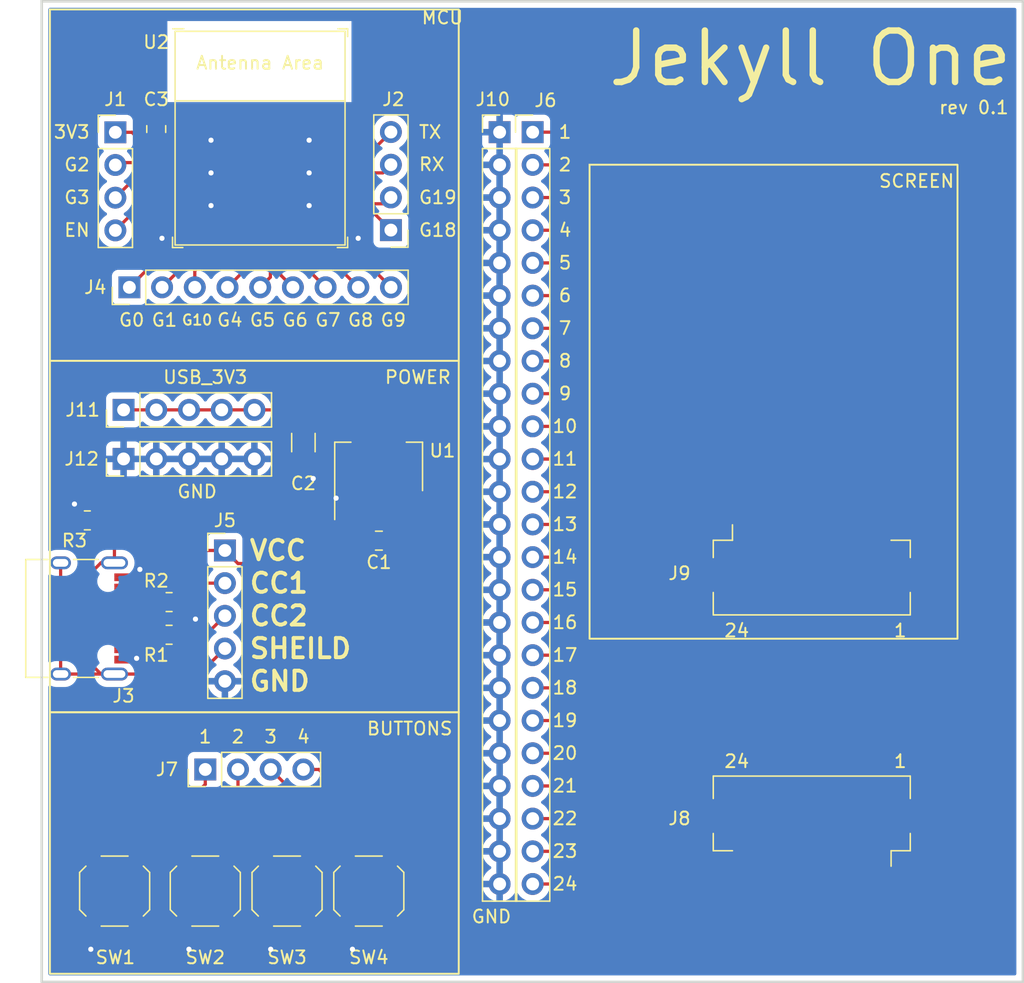
<source format=kicad_pcb>
(kicad_pcb (version 20211014) (generator pcbnew)
  (layers (0 "F.Cu" signal) (31 "B.Cu" signal) (34 "B.Paste" user) (35 "F.Paste" user) (36 "B.SilkS" user "B.Silkscreen") (37 "F.SilkS" user "F.Silkscreen") (38 "B.Mask" user) (39 "F.Mask" user) (44 "Edge.Cuts" user))
  (net 0 "")
  (net 1 "/ESP_3V3")
  (net 2 "/GPIO_2")
  (net 3 "/GPIO_3")
  (net 4 "/ESP_EN")
  (net 5 "/GPIO_18")
  (net 6 "/GPIO_19")
  (net 7 "/GPIO_20")
  (net 8 "/GPIO_21")
  (net 9 "/GPIO_0")
  (net 10 "/GPIO_1")
  (net 11 "/GPIO_10")
  (net 12 "/GPIO_4")
  (net 13 "/GPIO_5")
  (net 14 "/GPIO_6")
  (net 15 "/GPIO_7")
  (net 16 "/GPIO_8")
  (net 17 "/GPIO_9")
  (net 18 "/USB_3V3")
  (net 19 "/USB_SHEILD")
  (net 20 "GND")
  (net 23 "Net-(J8-Pad1)")
  (net 24 "Net-(J8-Pad2)")
  (net 25 "Net-(J8-Pad3)")
  (net 26 "Net-(J8-Pad4)")
  (net 27 "Net-(J8-Pad5)")
  (net 28 "Net-(J8-Pad6)")
  (net 29 "Net-(J8-Pad7)")
  (net 30 "Net-(J8-Pad8)")
  (net 31 "Net-(J8-Pad9)")
  (net 32 "Net-(J8-Pad10)")
  (net 33 "Net-(J8-Pad11)")
  (net 34 "Net-(J8-Pad12)")
  (net 35 "Net-(J8-Pad13)")
  (net 36 "Net-(J8-Pad14)")
  (net 37 "Net-(J8-Pad15)")
  (net 38 "Net-(J8-Pad16)")
  (net 39 "Net-(J8-Pad17)")
  (net 40 "Net-(J8-Pad18)")
  (net 41 "Net-(J8-Pad19)")
  (net 42 "Net-(J8-Pad20)")
  (net 43 "Net-(J8-Pad21)")
  (net 44 "Net-(J8-Pad22)")
  (net 45 "Net-(J8-Pad23)")
  (net 46 "Net-(J8-Pad24)")
  (net 67 "Net-(J7-Pad1)")
  (net 68 "Net-(J7-Pad2)")
  (net 69 "Net-(J7-Pad3)")
  (net 70 "Net-(J7-Pad4)")
  (net 71 "/VCC")
  (net 72 "/USB_CC1")
  (net 73 "/USB_CC2")
  (footprint "Button_Switch_SMD:SW_SPST_SKQG_WithStem" (layer "F.Cu") (at 135.25 140.058 90)
    (fp_text reference "SW1")
    (fp_text value "SW_SPST")
  )
  (footprint "Capacitor_SMD:C_0805_2012Metric_Pad1.18x1.45mm_HandSolder" (layer "F.Cu") (at 155.7735 112.828 180)
    (fp_text reference "C1")
    (fp_text value "C")
  )
  (footprint "Connector_PinHeader_2.54mm:PinHeader_1x05_P2.54mm_Vertical" (layer "F.Cu") (at 135.945 106.478 90)
    (fp_text reference "J12")
    (fp_text value "Conn_01x05")
  )
  (footprint "Button_Switch_SMD:SW_SPST_SKQG_WithStem" (layer "F.Cu") (at 148.64 140.058 90)
    (fp_text reference "SW3")
    (fp_text value "SW_SPST")
  )
  (footprint "Connector_PinHeader_2.54mm:PinHeader_1x04_P2.54mm_Vertical" (layer "F.Cu") (at 142.29 130.608 90)
    (fp_text reference "J7")
    (fp_text value "Conn_01x04")
  )
  (footprint "Connector_FFC-FPC:Hirose_FH12-24S-0.5SH_1x24-1MP_P0.50mm_Horizontal" (layer "F.Cu") (at 189.392 135.622 180)
    (fp_text reference "J8")
    (fp_text value "Conn_01x24_MountingPin")
  )
  (footprint "Connector_USB:USB_C_Receptacle_XKB_U262-16XN-4BVC11" (layer "F.Cu") (at 132.13 118.873 -90)
    (fp_text reference "J3")
    (fp_text value "USB_C_Receptacle")
  )
  (footprint "Connector_PinHeader_2.54mm:PinHeader_1x09_P2.54mm_Vertical" (layer "F.Cu") (at 136.395 93.143 90)
    (fp_text reference "J4")
    (fp_text value "Conn_01x09")
  )
  (footprint "Button_Switch_SMD:SW_SPST_SKQG_WithStem" (layer "F.Cu") (at 142.29 140.058 90)
    (fp_text reference "SW2")
    (fp_text value "SW_SPST")
  )
  (footprint "Capacitor_SMD:C_1206_3216Metric_Pad1.33x1.80mm_HandSolder" (layer "F.Cu") (at 149.91 105.208 -90)
    (fp_text reference "C2")
    (fp_text value "C")
  )
  (footprint "Connector_PinHeader_2.54mm:PinHeader_1x24_P2.54mm_Vertical" (layer "F.Cu") (at 167.715 81.088)
    (fp_text reference "J6")
    (fp_text value "Conn_01x24")
  )
  (footprint "Connector_FFC-FPC:Hirose_FH12-24S-0.5SH_1x24-1MP_P0.50mm_Horizontal" (layer "F.Cu") (at 189.392 114.098)
    (fp_text reference "J9")
    (fp_text value "Conn_01x24_MountingPin")
  )
  (footprint "Resistor_SMD:R_0805_2012Metric_Pad1.20x1.40mm_HandSolder" (layer "F.Cu") (at 139.48 117.603)
    (fp_text reference "R2")
    (fp_text value "R")
  )
  (footprint "Connector_PinHeader_2.54mm:PinHeader_1x05_P2.54mm_Vertical" (layer "F.Cu") (at 135.945 102.668 90)
    (fp_text reference "J11")
    (fp_text value "Conn_01x05")
  )
  (footprint "Button_Switch_SMD:SW_SPST_SKQG_WithStem" (layer "F.Cu") (at 154.99 140.058 90)
    (fp_text reference "SW4")
    (fp_text value "SW_SPST")
  )
  (footprint "Espressif:ESP32-C3-MINI-1" (layer "F.Cu") (at 146.545 84.253)
    (fp_text reference "U2")
    (fp_text value "ESP32-C3-MINI-1")
  )
  (footprint "Resistor_SMD:R_0805_2012Metric_Pad1.20x1.40mm_HandSolder" (layer "F.Cu") (at 133.13 111.253 180)
    (fp_text reference "R3")
    (fp_text value "R")
  )
  (footprint "Package_TO_SOT_SMD:SOT-223-3_TabPin2" (layer "F.Cu") (at 155.752 107.088 90)
    (fp_text reference "U1")
    (fp_text value "AMS1117-3.3")
  )
  (footprint "Connector_PinHeader_2.54mm:PinHeader_1x05_P2.54mm_Vertical" (layer "F.Cu") (at 143.814 113.59)
    (fp_text reference "J5")
    (fp_text value "Conn_01x05")
  )
  (footprint "Connector_PinHeader_2.54mm:PinHeader_1x04_P2.54mm_Vertical" (layer "F.Cu") (at 156.705 88.698 180)
    (fp_text reference "J2")
    (fp_text value "Conn_01x04")
  )
  (footprint "Capacitor_SMD:C_0805_2012Metric_Pad1.18x1.45mm_HandSolder" (layer "F.Cu") (at 138.48 80.8455 90)
    (fp_text reference "C3")
    (fp_text value "C")
  )
  (footprint "Connector_PinHeader_2.54mm:PinHeader_1x04_P2.54mm_Vertical" (layer "F.Cu") (at 135.305 81.098)
    (fp_text reference "J1")
    (fp_text value "Conn_01x04")
  )
  (footprint "Resistor_SMD:R_0805_2012Metric_Pad1.20x1.40mm_HandSolder" (layer "F.Cu") (at 139.48 120.143 180)
    (fp_text reference "R1")
    (fp_text value "R")
  )
  (footprint "Connector_PinHeader_2.54mm:PinHeader_1x24_P2.54mm_Vertical" (layer "F.Cu") (at 165.15 81.088)
    (fp_text reference "J10")
    (fp_text value "Conn_01x24")
  )
  (gr_rect (start 161.975 98.858) (end 130.225 71.553) (layer "F.SilkS") (width 0.15) (fill none))
  (gr_rect (start 130.225 126.163) (end 161.975 146.483) (layer "F.SilkS") (width 0.15) (fill none))
  (gr_rect (start 130.225 98.858) (end 161.975 126.163) (layer "F.SilkS") (width 0.15) (fill none))
  (gr_rect (start 200.71 120.448) (end 172.135 83.618) (layer "F.SilkS") (width 0.15) (fill none))
  (gr_rect (start 205.79 147.118) (end 129.59 70.918) (layer "Edge.Cuts") (width 0.2) (fill none))
  (gr_text "2" (at 144.83 128.068) (layer "F.SilkS") (effects (font (size 1 1))))
  (gr_text "6" (at 170.23 93.778) (layer "F.SilkS") (effects (font (size 1 1))))
  (gr_text "24" (at 170.23 139.498) (layer "F.SilkS") (effects (font (size 1 1))))
  (gr_text "GND" (at 145.592 123.75) (layer "F.SilkS") (effects (font (size 1.5 1.5) (thickness 0.3)) (justify left)))
  (gr_text "8" (at 170.23 98.858) (layer "F.SilkS") (effects (font (size 1 1))))
  (gr_text "G8" (at 154.355 95.683) (layer "F.SilkS") (effects (font (size 1 1))))
  (gr_text "4" (at 149.91 128.068) (layer "F.SilkS") (effects (font (size 1 1))))
  (gr_text "CC2" (at 145.592 118.67) (layer "F.SilkS") (effects (font (size 1.5 1.5) (thickness 0.3)) (justify left)))
  (gr_text "G1" (at 139.115 95.683) (layer "F.SilkS") (effects (font (size 1 1))))
  (gr_text "VCC" (at 145.592 113.59) (layer "F.SilkS") (effects (font (size 1.5 1.5) (thickness 0.3)) (justify left)))
  (gr_text "G9" (at 156.895 95.683) (layer "F.SilkS") (effects (font (size 1 1))))
  (gr_text "13" (at 170.23 111.558) (layer "F.SilkS") (effects (font (size 1 1))))
  (gr_text "2" (at 170.23 83.618) (layer "F.SilkS") (effects (font (size 1 1))))
  (gr_text "10" (at 170.23 103.938) (layer "F.SilkS") (effects (font (size 1 1))))
  (gr_text "Jekyll One" (at 189.28 75.363) (layer "F.SilkS") (effects (font (size 4 4) (thickness 0.5))))
  (gr_text "18" (at 170.23 124.258) (layer "F.SilkS") (effects (font (size 1 1))))
  (gr_text "G3" (at 133.4 86.158) (layer "F.SilkS") (effects (font (size 1 1)) (justify right)))
  (gr_text "GND" (at 164.515 142.038) (layer "F.SilkS") (effects (font (size 1 1))))
  (gr_text "G19" (at 158.8 86.158) (layer "F.SilkS") (effects (font (size 1 1)) (justify left)))
  (gr_text "1" (at 196.265 119.813) (layer "F.SilkS") (effects (font (size 1 1))))
  (gr_text "17" (at 170.23 121.718) (layer "F.SilkS") (effects (font (size 1 1))))
  (gr_text "RX" (at 158.8 83.588) (layer "F.SilkS") (effects (font (size 1 1)) (justify left)))
  (gr_text "12" (at 170.23 109.018) (layer "F.SilkS") (effects (font (size 1 1))))
  (gr_text "USB_3V3" (at 142.29 100.128) (layer "F.SilkS") (effects (font (size 1 1))))
  (gr_text "20" (at 170.23 129.338) (layer "F.SilkS") (effects (font (size 1 1))))
  (gr_text "G7" (at 151.815 95.683) (layer "F.SilkS") (effects (font (size 1 1))))
  (gr_text "TX" (at 158.8 81.078) (layer "F.SilkS") (effects (font (size 1 1)) (justify left)))
  (gr_text "G6" (at 149.275 95.683) (layer "F.SilkS") (effects (font (size 1 1))))
  (gr_text "rev 0.1" (at 201.98 79.173) (layer "F.SilkS") (effects (font (size 1 1))))
  (gr_text "3" (at 147.37 128.068) (layer "F.SilkS") (effects (font (size 1 1))))
  (gr_text "23" (at 170.23 136.958) (layer "F.SilkS") (effects (font (size 1 1))))
  (gr_text "4" (at 170.23 88.698) (layer "F.SilkS") (effects (font (size 1 1))))
  (gr_text "G10" (at 141.655 95.683) (layer "F.SilkS") (effects (font (size 0.8 0.8))))
  (gr_text "BUTTONS" (at 158.165 127.433) (layer "F.SilkS") (effects (font (size 1 1))))
  (gr_text "9" (at 170.23 101.398) (layer "F.SilkS") (effects (font (size 1 1))))
  (gr_text "G4" (at 144.195 95.683) (layer "F.SilkS") (effects (font (size 1 1))))
  (gr_text "CC1" (at 145.592 116.13) (layer "F.SilkS") (effects (font (size 1.5 1.5) (thickness 0.3)) (justify left)))
  (gr_text "1" (at 196.265 129.973) (layer "F.SilkS") (effects (font (size 1 1))))
  (gr_text "G18" (at 158.8 88.698) (layer "F.SilkS") (effects (font (size 1 1)) (justify left)))
  (gr_text "16" (at 170.23 119.178) (layer "F.SilkS") (effects (font (size 1 1))))
  (gr_text "19" (at 170.23 126.798) (layer "F.SilkS") (effects (font (size 1 1))))
  (gr_text "1" (at 142.29 128.068) (layer "F.SilkS") (effects (font (size 1 1))))
  (gr_text "G0" (at 136.575 95.683) (layer "F.SilkS") (effects (font (size 1 1))))
  (gr_text "14" (at 170.23 114.098) (layer "F.SilkS") (effects (font (size 1 1))))
  (gr_text "GND" (at 141.655 109.018) (layer "F.SilkS") (effects (font (size 1 1))))
  (gr_text "SCREEN" (at 197.535 84.888) (layer "F.SilkS") (effects (font (size 1 1))))
  (gr_text "7" (at 170.23 96.318) (layer "F.SilkS") (effects (font (size 1 1))))
  (gr_text "1" (at 170.23 81.078) (layer "F.SilkS") (effects (font (size 1 1))))
  (gr_text "3V3" (at 133.4 81.078) (layer "F.SilkS") (effects (font (size 1 1)) (justify right)))
  (gr_text "24" (at 183.565 119.813) (layer "F.SilkS") (effects (font (size 1 1))))
  (gr_text "5" (at 170.23 91.238) (layer "F.SilkS") (effects (font (size 1 1))))
  (gr_text "EN" (at 133.4 88.698) (layer "F.SilkS") (effects (font (size 1 1)) (justify right)))
  (gr_text "3" (at 170.23 86.158) (layer "F.SilkS") (effects (font (size 1 1))))
  (gr_text "21" (at 170.23 131.878) (layer "F.SilkS") (effects (font (size 1 1))))
  (gr_text "G2" (at 133.4 83.618) (layer "F.SilkS") (effects (font (size 1 1)) (justify right)))
  (gr_text "22" (at 170.23 134.418) (layer "F.SilkS") (effects (font (size 1 1))))
  (gr_text "SHEILD" (at 145.592 121.21) (layer "F.SilkS") (effects (font (size 1.5 1.5) (thickness 0.3)) (justify left)))
  (gr_text "11" (at 170.23 106.478) (layer "F.SilkS") (effects (font (size 1 1))))
  (gr_text "POWER" (at 158.8 100.128) (layer "F.SilkS") (effects (font (size 1 1))))
  (gr_text "24" (at 183.565 129.973) (layer "F.SilkS") (effects (font (size 1 1))))
  (gr_text "MCU" (at 160.705 72.188) (layer "F.SilkS") (effects (font (size 1 1))))
  (gr_text "G5" (at 146.735 95.683) (layer "F.SilkS") (effects (font (size 1 1))))
  (gr_text "15" (at 170.23 116.638) (layer "F.SilkS") (effects (font (size 1 1))))
  (segment (start 140.335 81.853) (end 140.645 81.853) (width 0.25) (layer "F.Cu") (net 1))
  (segment (start 136.595 81.098) (end 137.38 81.883) (width 0.25) (layer "F.Cu") (net 1))
  (segment (start 137.38 81.883) (end 138.48 81.883) (width 0.25) (layer "F.Cu") (net 1))
  (segment (start 140.615 81.883) (end 140.645 81.853) (width 0.25) (layer "F.Cu") (net 1))
  (segment (start 135.305 81.098) (end 136.595 81.098) (width 0.25) (layer "F.Cu") (net 1))
  (segment (start 138.48 81.883) (end 140.615 81.883) (width 0.25) (layer "F.Cu") (net 1))
  (segment (start 135.49 83.453) (end 135.305 83.638) (width 0.25) (layer "F.Cu") (net 2))
  (segment (start 140.645 83.453) (end 135.49 83.453) (width 0.25) (layer "F.Cu") (net 2))
  (segment (start 137.23 84.253) (end 135.305 86.178) (width 0.25) (layer "F.Cu") (net 3))
  (segment (start 140.645 84.253) (end 137.23 84.253) (width 0.25) (layer "F.Cu") (net 3))
  (segment (start 138.17 85.853) (end 135.305 88.718) (width 0.25) (layer "F.Cu") (net 4))
  (segment (start 140.645 85.853) (end 138.17 85.853) (width 0.25) (layer "F.Cu") (net 4))
  (segment (start 155.46 87.453) (end 156.705 88.698) (width 0.25) (layer "F.Cu") (net 5))
  (segment (start 152.445 87.453) (end 155.46 87.453) (width 0.25) (layer "F.Cu") (net 5))
  (segment (start 152.445 86.653) (end 156.21 86.653) (width 0.25) (layer "F.Cu") (net 6))
  (segment (start 156.21 86.653) (end 156.705 86.158) (width 0.25) (layer "F.Cu") (net 6))
  (segment (start 152.445 84.253) (end 156.07 84.253) (width 0.25) (layer "F.Cu") (net 7))
  (segment (start 156.07 84.253) (end 156.705 83.618) (width 0.25) (layer "F.Cu") (net 7))
  (segment (start 154.33 83.453) (end 156.705 81.078) (width 0.25) (layer "F.Cu") (net 8))
  (segment (start 152.445 83.453) (end 154.33 83.453) (width 0.25) (layer "F.Cu") (net 8))
  (segment (start 141.745 89.353) (end 140.495 90.603) (width 0.25) (layer "F.Cu") (net 9))
  (segment (start 140.495 90.603) (end 138.935 90.603) (width 0.25) (layer "F.Cu") (net 9))
  (segment (start 138.935 90.603) (end 136.395 93.143) (width 0.25) (layer "F.Cu") (net 9))
  (segment (start 141.745 89.153) (end 141.745 89.353) (width 0.25) (layer "F.Cu") (net 9))
  (segment (start 142.545 89.533) (end 138.935 93.143) (width 0.25) (layer "F.Cu") (net 10))
  (segment (start 142.545 89.153) (end 142.545 89.533) (width 0.25) (layer "F.Cu") (net 10))
  (segment (start 144.945 89.153) (end 144.945 90.273) (width 0.25) (layer "F.Cu") (net 11))
  (segment (start 144.945 90.273) (end 144.615 90.603) (width 0.25) (layer "F.Cu") (net 11))
  (segment (start 141.475 91.863) (end 141.475 93.143) (width 0.25) (layer "F.Cu") (net 11))
  (segment (start 142.735 90.603) (end 141.475 91.863) (width 0.25) (layer "F.Cu") (net 11))
  (segment (start 144.615 90.603) (end 142.735 90.603) (width 0.25) (layer "F.Cu") (net 11))
  (segment (start 146.545 89.153) (end 146.545 90.613) (width 0.25) (layer "F.Cu") (net 12))
  (segment (start 146.545 90.613) (end 144.015 93.143) (width 0.25) (layer "F.Cu") (net 12))
  (segment (start 147.345 89.153) (end 147.345 92.353) (width 0.25) (layer "F.Cu") (net 13))
  (segment (start 147.345 92.353) (end 146.555 93.143) (width 0.25) (layer "F.Cu") (net 13))
  (segment (start 148.145 92.193) (end 148.145 89.153) (width 0.25) (layer "F.Cu") (net 14))
  (segment (start 149.095 93.143) (end 148.145 92.193) (width 0.25) (layer "F.Cu") (net 14))
  (segment (start 148.945 89.153) (end 148.945 90.453) (width 0.25) (layer "F.Cu") (net 15))
  (segment (start 148.945 90.453) (end 151.635 93.143) (width 0.25) (layer "F.Cu") (net 15))
  (segment (start 149.745 89.803) (end 150.995 91.053) (width 0.25) (layer "F.Cu") (net 16))
  (segment (start 149.745 89.153) (end 149.745 89.803) (width 0.25) (layer "F.Cu") (net 16))
  (segment (start 152.085 91.053) (end 154.175 93.143) (width 0.25) (layer "F.Cu") (net 16))
  (segment (start 150.995 91.053) (end 152.085 91.053) (width 0.25) (layer "F.Cu") (net 16))
  (segment (start 150.545 89.803) (end 151.345 90.603) (width 0.25) (layer "F.Cu") (net 17))
  (segment (start 150.545 89.153) (end 150.545 89.803) (width 0.25) (layer "F.Cu") (net 17))
  (segment (start 154.175 90.603) (end 156.715 93.143) (width 0.25) (layer "F.Cu") (net 17))
  (segment (start 151.345 90.603) (end 154.175 90.603) (width 0.25) (layer "F.Cu") (net 17))
  (segment (start 138.485 102.668) (end 141.025 102.668) (width 0.25) (layer "F.Cu") (net 18))
  (segment (start 155.752 103.938) (end 150.2025 103.938) (width 0.25) (layer "F.Cu") (net 18))
  (segment (start 146.105 102.668) (end 143.565 102.668) (width 0.25) (layer "F.Cu") (net 18))
  (segment (start 143.565 102.668) (end 141.025 102.668) (width 0.25) (layer "F.Cu") (net 18))
  (segment (start 155.752 110.238) (end 155.752 103.938) (width 0.25) (layer "F.Cu") (net 18))
  (segment (start 135.945 102.668) (end 138.485 102.668) (width 0.25) (layer "F.Cu") (net 18))
  (segment (start 148.9325 102.668) (end 149.91 103.6455) (width 0.25) (layer "F.Cu") (net 18))
  (segment (start 150.2025 103.938) (end 149.91 103.6455) (width 0.25) (layer "F.Cu") (net 18))
  (segment (start 146.105 102.668) (end 148.9325 102.668) (width 0.25) (layer "F.Cu") (net 18))
  (segment (start 134.185099 123.193) (end 135.235 123.193) (width 0.25) (layer "F.Cu") (net 19))
  (segment (start 135.235 123.193) (end 135.235 123.553) (width 0.25) (layer "F.Cu") (net 19))
  (segment (start 141.831 123.193) (end 143.814 121.21) (width 0.25) (layer "F.Cu") (net 19))
  (segment (start 135.235 114.553) (end 135.235 112.358) (width 0.25) (layer "F.Cu") (net 19))
  (segment (start 135.235 112.358) (end 134.13 111.253) (width 0.25) (layer "F.Cu") (net 19))
  (segment (start 135.235 123.193) (end 141.831 123.193) (width 0.25) (layer "F.Cu") (net 19))
  (segment (start 131.055 123.193) (end 135.235 123.193) (width 0.25) (layer "F.Cu") (net 19))
  (segment (start 134.185099 114.553) (end 133.4 115.338099) (width 0.25) (layer "F.Cu") (net 19))
  (segment (start 133.4 115.338099) (end 133.4 122.407901) (width 0.25) (layer "F.Cu") (net 19))
  (segment (start 133.4 122.407901) (end 134.185099 123.193) (width 0.25) (layer "F.Cu") (net 19))
  (segment (start 131.055 114.553) (end 131.055 123.193) (width 0.25) (layer "F.Cu") (net 19))
  (segment (start 135.235 114.553) (end 134.185099 114.553) (width 0.25) (layer "F.Cu") (net 19))
  (segment (start 135.235 123.193) (end 135.45 123.408) (width 0.25) (layer "F.Cu") (net 19))
  (segment (start 146.545 79.353) (end 147.345 79.353) (width 0.25) (layer "F.Cu") (net 20))
  (segment (start 140.645 81.053) (end 140.645 80.253) (width 0.25) (layer "F.Cu") (net 20))
  (segment (start 146.545 79.353) (end 146.545 82.278) (width 0.25) (layer "F.Cu") (net 20))
  (segment (start 140.645 88.253) (end 140.645 89.153) (width 0.25) (layer "F.Cu") (net 20))
  (segment (start 149.745 79.353) (end 150.545 79.353) (width 0.25) (layer "F.Cu") (net 20))
  (segment (start 139.055 89.203) (end 138.925 89.333) (width 0.25) (layer "F.Cu") (net 20))
  (segment (start 146.79 143.158) (end 146.79 143.998) (width 0.25) (layer "F.Cu") (net 20))
  (segment (start 138.985 79.303) (end 138.48 79.808) (width 0.25) (layer "F.Cu") (net 20))
  (segment (start 153.14 136.958) (end 153.14 143.158) (width 0.25) (layer "F.Cu") (net 20))
  (segment (start 153.162 110.238) (end 152.45 109.526) (width 0.25) (layer "F.Cu") (net 20))
  (segment (start 143.345 79.353) (end 142.545 79.353) (width 0.25) (layer "F.Cu") (net 20))
  (segment (start 141.745 79.353) (end 142.545 79.353) (width 0.25) (layer "F.Cu") (net 20))
  (segment (start 144.57 84.253) (end 142.735 84.253) (width 0.25) (layer "F.Cu") (net 20))
  (segment (start 144.57 86.228) (end 146.545 86.228) (width 0.25) (layer "F.Cu") (net 20))
  (segment (start 153.452 110.238) (end 153.162 110.238) (width 0.25) (layer "F.Cu") (net 20))
  (segment (start 135.8 122.223) (end 136.705 122.223) (width 0.25) (layer "F.Cu") (net 20))
  (segment (start 152.495 89.203) (end 154.035 89.203) (width 0.25) (layer "F.Cu") (net 20))
  (segment (start 148.52 82.278) (end 148.52 84.253) (width 0.25) (layer "F.Cu") (net 20))
  (segment (start 148.945 79.353) (end 149.745 79.353) (width 0.25) (layer "F.Cu") (net 20))
  (segment (start 143.3 86.228) (end 142.735 86.793) (width 0.25) (layer "F.Cu") (net 20))
  (segment (start 145.745 79.353) (end 144.945 79.353) (width 0.25) (layer "F.Cu") (net 20))
  (segment (start 151.345 79.353) (end 150.545 79.353) (width 0.25) (layer "F.Cu") (net 20))
  (segment (start 133.4 143.158) (end 133.4 144.578) (width 0.25) (layer "F.Cu") (net 20))
  (segment (start 140.48 117.603) (end 140.48 120.143) (width 0.25) (layer "F.Cu") (net 20))
  (segment (start 140.44 143.998) (end 141.02 144.578) (width 0.25) (layer "F.Cu") (net 20))
  (segment (start 149.91 107.24) (end 150.672 108.002) (width 0.25) (layer "F.Cu") (net 20))
  (segment (start 146.545 82.278) (end 146.545 84.253) (width 0.25) (layer "F.Cu") (net 20))
  (segment (start 140.645 79.353) (end 140.595 79.303) (width 0.25) (layer "F.Cu") (net 20))
  (segment (start 140.44 143.158) (end 140.44 143.998) (width 0.25) (layer "F.Cu") (net 20))
  (segment (start 148.145 79.353) (end 148.945 79.353) (width 0.25) (layer "F.Cu") (net 20))
  (segment (start 143.345 88.278) (end 144.57 87.053) (width 0.25) (layer "F.Cu") (net 20))
  (segment (start 144.57 82.278) (end 144.57 84.253) (width 0.25) (layer "F.Cu") (net 20))
  (segment (start 149.91 106.7705) (end 149.91 107.24) (width 0.25) (layer "F.Cu") (net 20))
  (segment (start 146.79 136.958) (end 146.79 143.158) (width 0.25) (layer "F.Cu") (net 20))
  (segment (start 133.4 136.958) (end 133.4 143.158) (width 0.25) (layer "F.Cu") (net 20))
  (segment (start 140.48 120.143) (end 140.48 119.972) (width 0.25) (layer "F.Cu") (net 20))
  (segment (start 140.645 89.153) (end 140.595 89.203) (width 0.25) (layer "F.Cu") (net 20))
  (segment (start 152.495 79.303) (end 151.395 79.303) (width 0.25) (layer "F.Cu") (net 20))
  (segment (start 148.52 86.228) (end 146.545 86.228) (width 0.25) (layer "F.Cu") (net 20))
  (segment (start 144.57 86.228) (end 143.3 86.228) (width 0.25) (layer "F.Cu") (net 20))
  (segment (start 154.736 112.828) (end 153.452 111.544) (width 0.25) (layer "F.Cu") (net 20))
  (segment (start 154.035 89.203) (end 154.165 89.333) (width 0.25) (layer "F.Cu") (net 20))
  (segment (start 144.145 79.353) (end 143.345 79.353) (width 0.25) (layer "F.Cu") (net 20))
  (segment (start 149.91 106.7705) (end 149.6175 106.478) (width 0.25) (layer "F.Cu") (net 20))
  (segment (start 149.6175 106.478) (end 146.105 106.478) (width 0.25) (layer "F.Cu") (net 20))
  (segment (start 148.52 82.278) (end 149.79 82.278) (width 0.25) (layer "F.Cu") (net 20))
  (segment (start 140.48 119.972) (end 141.528 118.924) (width 0.25) (layer "F.Cu") (net 20))
  (segment (start 149.79 82.278) (end 150.355 81.713) (width 0.25) (layer "F.Cu") (net 20))
  (segment (start 146.545 82.278) (end 148.52 82.278) (width 0.25) (layer "F.Cu") (net 20))
  (segment (start 145.745 79.353) (end 146.545 79.353) (width 0.25) (layer "F.Cu") (net 20))
  (segment (start 135.8 115.523) (end 136.75 115.523) (width 0.25) (layer "F.Cu") (net 20))
  (segment (start 146.79 143.998) (end 147.37 144.578) (width 0.25) (layer "F.Cu") (net 20))
  (segment (start 149.79 86.228) (end 150.355 86.793) (width 0.25) (layer "F.Cu") (net 20))
  (segment (start 146.545 84.253) (end 148.52 84.253) (width 0.25) (layer "F.Cu") (net 20))
  (segment (start 153.452 111.544) (end 153.452 110.238) (width 0.25) (layer "F.Cu") (net 20))
  (segment (start 144.57 87.053) (end 144.57 86.228) (width 0.25) (layer "F.Cu") (net 20))
  (segment (start 140.595 89.203) (end 139.055 89.203) (width 0.25) (layer "F.Cu") (net 20))
  (segment (start 148.52 86.228) (end 148.52 84.253) (width 0.25) (layer "F.Cu") (net 20))
  (segment (start 140.595 79.303) (end 138.985 79.303) (width 0.25) (layer "F.Cu") (net 20))
  (segment (start 146.545 84.253) (end 146.545 86.228) (width 0.25) (layer "F.Cu") (net 20))
  (segment (start 140.44 136.958) (end 140.44 143.158) (width 0.25) (layer "F.Cu") (net 20))
  (segment (start 148.145 79.353) (end 147.345 79.353) (width 0.25) (layer "F.Cu") (net 20))
  (segment (start 132.13 111.253) (end 132.13 109.983) (width 0.25) (layer "F.Cu") (net 20))
  (segment (start 144.57 84.253) (end 144.57 86.228) (width 0.25) (layer "F.Cu") (net 20))
  (segment (start 153.14 143.998) (end 153.72 144.578) (width 0.25) (layer "F.Cu") (net 20))
  (segment (start 140.48 120.143) (end 140.48 120.683) (width 0.25) (layer "F.Cu") (net 20))
  (segment (start 136.75 115.523) (end 137.21 115.063) (width 0.25) (layer "F.Cu") (net 20))
  (segment (start 146.545 84.253) (end 144.57 84.253) (width 0.25) (layer "F.Cu") (net 20))
  (segment (start 148.52 86.228) (end 149.79 86.228) (width 0.25) (layer "F.Cu") (net 20))
  (segment (start 144.57 82.278) (end 144.005 81.713) (width 0.25) (layer "F.Cu") (net 20))
  (segment (start 136.705 122.223) (end 136.956 121.972) (width 0.25) (layer "F.Cu") (net 20))
  (segment (start 140.595 79.303) (end 141.695 79.303) (width 0.25) (layer "F.Cu") (net 20))
  (segment (start 144.57 82.278) (end 146.545 82.278) (width 0.25) (layer "F.Cu") (net 20))
  (segment (start 144.945 79.353) (end 144.145 79.353) (width 0.25) (layer "F.Cu") (net 20))
  (segment (start 140.645 80.253) (end 140.645 79.353) (width 0.25) (layer "F.Cu") (net 20))
  (segment (start 144.005 81.713) (end 142.735 81.713) (width 0.25) (layer "F.Cu") (net 20))
  (segment (start 143.345 89.153) (end 143.345 88.278) (width 0.25) (layer "F.Cu") (net 20))
  (segment (start 148.52 84.253) (end 150.355 84.253) (width 0.25) (layer "F.Cu") (net 20))
  (segment (start 153.14 143.158) (end 153.14 143.998) (width 0.25) (layer "F.Cu") (net 20))
  (segment (start 141.695 79.303) (end 141.745 79.353) (width 0.25) (layer "F.Cu") (net 20))
  (segment (start 151.395 79.303) (end 151.345 79.353) (width 0.25) (layer "F.Cu") (net 20))
  (via (at 136.956 121.972) (size 0.8) (drill 0.4) (layers "F.Cu" "B.Cu") (net 20))
  (via (at 150.355 86.793) (size 0.8) (drill 0.4) (layers "F.Cu" "B.Cu") (net 20))
  (via (at 133.4 144.578) (size 0.8) (drill 0.4) (layers "F.Cu" "B.Cu") (net 20))
  (via (at 147.37 144.578) (size 0.8) (drill 0.4) (layers "F.Cu" "B.Cu") (net 20))
  (via (at 142.735 84.253) (size 0.8) (drill 0.4) (layers "F.Cu" "B.Cu") (net 20))
  (via (at 142.735 81.713) (size 0.8) (drill 0.4) (layers "F.Cu" "B.Cu") (net 20))
  (via (at 138.925 89.333) (size 0.8) (drill 0.4) (layers "F.Cu" "B.Cu") (net 20))
  (via (at 137.21 115.063) (size 0.8) (drill 0.4) (layers "F.Cu" "B.Cu") (net 20))
  (via (at 150.355 84.253) (size 0.8) (drill 0.4) (layers "F.Cu" "B.Cu") (net 20))
  (via (at 150.355 81.713) (size 0.8) (drill 0.4) (layers "F.Cu" "B.Cu") (net 20))
  (via (at 152.45 109.526) (size 0.8) (drill 0.4) (layers "F.Cu" "B.Cu") (net 20))
  (via (at 141.528 118.924) (size 0.8) (drill 0.4) (layers "F.Cu" "B.Cu") (net 20))
  (via (at 142.735 86.793) (size 0.8) (drill 0.4) (layers "F.Cu" "B.Cu") (net 20))
  (via (at 141.02 144.578) (size 0.8) (drill 0.4) (layers "F.Cu" "B.Cu") (net 20))
  (via (at 132.13 109.983) (size 0.8) (drill 0.4) (layers "F.Cu" "B.Cu") (net 20))
  (via (at 150.672 108.002) (size 0.8) (drill 0.4) (layers "F.Cu" "B.Cu") (net 20))
  (via (at 154.165 89.333) (size 0.8) (drill 0.4) (layers "F.Cu" "B.Cu") (net 20))
  (via (at 153.72 144.578) (size 0.8) (drill 0.4) (layers "F.Cu" "B.Cu") (net 20))
  (segment (start 195.142 105.967664) (end 170.262336 81.088) (width 0.25) (layer "F.Cu") (net 23))
  (segment (start 170.262336 81.088) (end 167.715 81.088) (width 0.25) (layer "F.Cu") (net 23))
  (segment (start 195.142 112.248) (end 195.142 105.967664) (width 0.25) (layer "F.Cu") (net 23))
  (segment (start 195.142 112.248) (end 195.142 137.472) (width 0.25) (layer "F.Cu") (net 23))
  (segment (start 172.16594 83.628) (end 167.715 83.628) (width 0.25) (layer "F.Cu") (net 24))
  (segment (start 194.642 106.10406) (end 172.16594 83.628) (width 0.25) (layer "F.Cu") (net 24))
  (segment (start 194.642 112.248) (end 194.642 137.472) (width 0.25) (layer "F.Cu") (net 24))
  (segment (start 194.642 112.248) (end 194.642 106.10406) (width 0.25) (layer "F.Cu") (net 24))
  (segment (start 174.069544 86.168) (end 167.715 86.168) (width 0.25) (layer "F.Cu") (net 25))
  (segment (start 194.142 106.240456) (end 174.069544 86.168) (width 0.25) (layer "F.Cu") (net 25))
  (segment (start 194.142 112.248) (end 194.142 106.240456) (width 0.25) (layer "F.Cu") (net 25))
  (segment (start 194.142 137.472) (end 194.142 112.248) (width 0.25) (layer "F.Cu") (net 25))
  (segment (start 193.642 112.248) (end 193.642 137.441) (width 0.25) (layer "F.Cu") (net 26))
  (segment (start 193.642 137.441) (end 193.667 137.466) (width 0.25) (layer "F.Cu") (net 26))
  (segment (start 193.642 106.376852) (end 175.973148 88.708) (width 0.25) (layer "F.Cu") (net 26))
  (segment (start 175.973148 88.708) (end 167.715 88.708) (width 0.25) (layer "F.Cu") (net 26))
  (segment (start 193.642 112.248) (end 193.642 106.376852) (width 0.25) (layer "F.Cu") (net 26))
  (segment (start 193.142 137.472) (end 193.142 112.248) (width 0.25) (layer "F.Cu") (net 27))
  (segment (start 177.876752 91.248) (end 167.715 91.248) (width 0.25) (layer "F.Cu") (net 27))
  (segment (start 193.142 112.248) (end 193.142 106.513248) (width 0.25) (layer "F.Cu") (net 27))
  (segment (start 193.142 106.513248) (end 177.876752 91.248) (width 0.25) (layer "F.Cu") (net 27))
  (segment (start 179.780356 93.788) (end 167.715 93.788) (width 0.25) (layer "F.Cu") (net 28))
  (segment (start 192.642 106.649644) (end 179.780356 93.788) (width 0.25) (layer "F.Cu") (net 28))
  (segment (start 192.642 112.248) (end 192.642 137.472) (width 0.25) (layer "F.Cu") (net 28))
  (segment (start 192.642 112.248) (end 192.642 106.649644) (width 0.25) (layer "F.Cu") (net 28))
  (segment (start 192.142 106.78604) (end 181.68396 96.328) (width 0.25) (layer "F.Cu") (net 29))
  (segment (start 192.142 112.248) (end 192.142 106.78604) (width 0.25) (layer "F.Cu") (net 29))
  (segment (start 181.68396 96.328) (end 167.715 96.328) (width 0.25) (layer "F.Cu") (net 29))
  (segment (start 192.142 137.472) (end 192.142 112.248) (width 0.25) (layer "F.Cu") (net 29))
  (segment (start 191.642 112.248) (end 191.642 137.472) (width 0.25) (layer "F.Cu") (net 30))
  (segment (start 167.715 98.868) (end 183.587564 98.868) (width 0.25) (layer "F.Cu") (net 30))
  (segment (start 191.642 106.922436) (end 191.642 112.248) (width 0.25) (layer "F.Cu") (net 30))
  (segment (start 183.587564 98.868) (end 191.642 106.922436) (width 0.25) (layer "F.Cu") (net 30))
  (segment (start 191.142 107.058832) (end 191.142 112.248) (width 0.25) (layer "F.Cu") (net 31))
  (segment (start 191.142 137.472) (end 191.142 112.248) (width 0.25) (layer "F.Cu") (net 31))
  (segment (start 185.491168 101.408) (end 191.142 107.058832) (width 0.25) (layer "F.Cu") (net 31))
  (segment (start 167.715 101.408) (end 185.491168 101.408) (width 0.25) (layer "F.Cu") (net 31))
  (segment (start 167.715 103.948) (end 171.49 103.948) (width 0.25) (layer "F.Cu") (net 32))
  (segment (start 171.49 103.948) (end 172.77 102.668) (width 0.25) (layer "F.Cu") (net 32))
  (segment (start 186.114772 102.668) (end 190.642 107.195228) (width 0.25) (layer "F.Cu") (net 32))
  (segment (start 190.642 107.195228) (end 190.642 112.248) (width 0.25) (layer "F.Cu") (net 32))
  (segment (start 172.77 102.668) (end 186.114772 102.668) (width 0.25) (layer "F.Cu") (net 32))
  (segment (start 190.642 112.248) (end 190.642 137.472) (width 0.25) (layer "F.Cu") (net 32))
  (segment (start 190.142 107.331624) (end 190.142 112.248) (width 0.25) (layer "F.Cu") (net 33))
  (segment (start 167.715 106.488) (end 171.49 106.488) (width 0.25) (layer "F.Cu") (net 33))
  (segment (start 171.49 106.488) (end 174.81 103.168) (width 0.25) (layer "F.Cu") (net 33))
  (segment (start 185.978376 103.168) (end 190.142 107.331624) (width 0.25) (layer "F.Cu") (net 33))
  (segment (start 190.142 137.472) (end 190.142 112.248) (width 0.25) (layer "F.Cu") (net 33))
  (segment (start 174.81 103.168) (end 185.978376 103.168) (width 0.25) (layer "F.Cu") (net 33))
  (segment (start 189.642 107.46802) (end 189.642 112.248) (width 0.25) (layer "F.Cu") (net 34))
  (segment (start 185.79198 103.618) (end 189.642 107.46802) (width 0.25) (layer "F.Cu") (net 34))
  (segment (start 178.17 103.618) (end 185.79198 103.618) (width 0.25) (layer "F.Cu") (net 34))
  (segment (start 172.76 109.028) (end 178.17 103.618) (width 0.25) (layer "F.Cu") (net 34))
  (segment (start 167.715 109.028) (end 172.76 109.028) (width 0.25) (layer "F.Cu") (net 34))
  (segment (start 189.642 112.248) (end 189.642 137.472) (width 0.25) (layer "F.Cu") (net 34))
  (segment (start 167.715 111.568) (end 172.76 111.568) (width 0.25) (layer "F.Cu") (net 35))
  (segment (start 172.76 111.568) (end 175.31 109.018) (width 0.25) (layer "F.Cu") (net 35))
  (segment (start 189.142 107.604416) (end 189.142 112.248) (width 0.25) (layer "F.Cu") (net 35))
  (segment (start 189.142 137.472) (end 189.142 112.248) (width 0.25) (layer "F.Cu") (net 35))
  (segment (start 175.31 108.367644) (end 179.609644 104.068) (width 0.25) (layer "F.Cu") (net 35))
  (segment (start 175.31 109.018) (end 175.31 108.367644) (width 0.25) (layer "F.Cu") (net 35))
  (segment (start 179.609644 104.068) (end 185.605584 104.068) (width 0.25) (layer "F.Cu") (net 35))
  (segment (start 185.605584 104.068) (end 189.142 107.604416) (width 0.25) (layer "F.Cu") (net 35))
  (segment (start 173.34 114.108) (end 175.89 111.558) (width 0.25) (layer "F.Cu") (net 36))
  (segment (start 188.642 107.740812) (end 188.642 112.248) (width 0.25) (layer "F.Cu") (net 36))
  (segment (start 185.419188 104.518) (end 188.642 107.740812) (width 0.25) (layer "F.Cu") (net 36))
  (segment (start 167.715 114.108) (end 173.34 114.108) (width 0.25) (layer "F.Cu") (net 36))
  (segment (start 175.89 111.558) (end 175.89 108.42404) (width 0.25) (layer "F.Cu") (net 36))
  (segment (start 175.89 108.42404) (end 179.79604 104.518) (width 0.25) (layer "F.Cu") (net 36))
  (segment (start 179.79604 104.518) (end 185.419188 104.518) (width 0.25) (layer "F.Cu") (net 36))
  (segment (start 188.642 112.248) (end 188.642 137.472) (width 0.25) (layer "F.Cu") (net 36))
  (segment (start 176.34 108.610436) (end 179.982436 104.968) (width 0.25) (layer "F.Cu") (net 37))
  (segment (start 176.34 114.098) (end 176.34 108.610436) (width 0.25) (layer "F.Cu") (net 37))
  (segment (start 173.79 116.648) (end 176.34 114.098) (width 0.25) (layer "F.Cu") (net 37))
  (segment (start 188.142 107.877208) (end 188.142 112.248) (width 0.25) (layer "F.Cu") (net 37))
  (segment (start 188.142 137.472) (end 188.142 112.091) (width 0.25) (layer "F.Cu") (net 37))
  (segment (start 179.982436 104.968) (end 185.232792 104.968) (width 0.25) (layer "F.Cu") (net 37))
  (segment (start 167.715 116.648) (end 173.79 116.648) (width 0.25) (layer "F.Cu") (net 37))
  (segment (start 185.232792 104.968) (end 188.142 107.877208) (width 0.25) (layer "F.Cu") (net 37))
  (segment (start 188.142 112.091) (end 188.117 112.066) (width 0.25) (layer "F.Cu") (net 37))
  (segment (start 174.24 119.188) (end 176.79 116.638) (width 0.25) (layer "F.Cu") (net 38))
  (segment (start 185.046396 105.418) (end 187.642 108.013604) (width 0.25) (layer "F.Cu") (net 38))
  (segment (start 176.79 108.796832) (end 180.168832 105.418) (width 0.25) (layer "F.Cu") (net 38))
  (segment (start 176.79 116.638) (end 176.79 108.796832) (width 0.25) (layer "F.Cu") (net 38))
  (segment (start 180.168832 105.418) (end 185.046396 105.418) (width 0.25) (layer "F.Cu") (net 38))
  (segment (start 187.642 108.013604) (end 187.642 112.248) (width 0.25) (layer "F.Cu") (net 38))
  (segment (start 167.715 119.188) (end 174.24 119.188) (width 0.25) (layer "F.Cu") (net 38))
  (segment (start 187.642 112.248) (end 187.642 137.472) (width 0.25) (layer "F.Cu") (net 38))
  (segment (start 177.24 108.983228) (end 180.355228 105.868) (width 0.25) (layer "F.Cu") (net 39))
  (segment (start 187.142 108.15) (end 187.142 112.248) (width 0.25) (layer "F.Cu") (net 39))
  (segment (start 180.355228 105.868) (end 184.86 105.868) (width 0.25) (layer "F.Cu") (net 39))
  (segment (start 167.715 121.728) (end 174.69 121.728) (width 0.25) (layer "F.Cu") (net 39))
  (segment (start 177.24 119.178) (end 177.24 108.983228) (width 0.25) (layer "F.Cu") (net 39))
  (segment (start 187.142 137.472) (end 187.142 112.248) (width 0.25) (layer "F.Cu") (net 39))
  (segment (start 184.86 105.868) (end 187.142 108.15) (width 0.25) (layer "F.Cu") (net 39))
  (segment (start 174.69 121.728) (end 177.24 119.178) (width 0.25) (layer "F.Cu") (net 39))
  (segment (start 180.541624 106.318) (end 184.048376 106.318) (width 0.25) (layer "F.Cu") (net 40))
  (segment (start 177.69 121.718) (end 177.69 109.169624) (width 0.25) (layer "F.Cu") (net 40))
  (segment (start 177.69 109.169624) (end 180.541624 106.318) (width 0.25) (layer "F.Cu") (net 40))
  (segment (start 175.14 124.268) (end 177.69 121.718) (width 0.25) (layer "F.Cu") (net 40))
  (segment (start 167.715 124.268) (end 175.14 124.268) (width 0.25) (layer "F.Cu") (net 40))
  (segment (start 186.642 108.911624) (end 186.642 112.248) (width 0.25) (layer "F.Cu") (net 40))
  (segment (start 186.642 112.248) (end 186.642 137.472) (width 0.25) (layer "F.Cu") (net 40))
  (segment (start 184.048376 106.318) (end 186.642 108.911624) (width 0.25) (layer "F.Cu") (net 40))
  (segment (start 178.14 109.35602) (end 180.72802 106.768) (width 0.25) (layer "F.Cu") (net 41))
  (segment (start 175.59 126.808) (end 178.14 124.258) (width 0.25) (layer "F.Cu") (net 41))
  (segment (start 180.72802 106.768) (end 183.86198 106.768) (width 0.25) (layer "F.Cu") (net 41))
  (segment (start 167.715 126.808) (end 175.59 126.808) (width 0.25) (layer "F.Cu") (net 41))
  (segment (start 186.142 137.472) (end 186.142 112.248) (width 0.25) (layer "F.Cu") (net 41))
  (segment (start 178.14 124.258) (end 178.14 109.35602) (width 0.25) (layer "F.Cu") (net 41))
  (segment (start 186.142 109.04802) (end 186.142 112.248) (width 0.25) (layer "F.Cu") (net 41))
  (segment (start 183.86198 106.768) (end 186.142 109.04802) (width 0.25) (layer "F.Cu") (net 41))
  (segment (start 178.59 109.542416) (end 180.914416 107.218) (width 0.25) (layer "F.Cu") (net 42))
  (segment (start 167.715 129.348) (end 176.04 129.348) (width 0.25) (layer "F.Cu") (net 42))
  (segment (start 183.675584 107.218) (end 185.642 109.184416) (width 0.25) (layer "F.Cu") (net 42))
  (segment (start 185.642 112.248) (end 185.642 137.472) (width 0.25) (layer "F.Cu") (net 42))
  (segment (start 185.642 109.184416) (end 185.642 112.248) (width 0.25) (layer "F.Cu") (net 42))
  (segment (start 178.59 126.798) (end 178.59 109.542416) (width 0.25) (layer "F.Cu") (net 42))
  (segment (start 176.04 129.348) (end 178.59 126.798) (width 0.25) (layer "F.Cu") (net 42))
  (segment (start 180.914416 107.218) (end 183.675584 107.218) (width 0.25) (layer "F.Cu") (net 42))
  (segment (start 167.715 131.888) (end 176.49 131.888) (width 0.25) (layer "F.Cu") (net 43))
  (segment (start 179.04 109.728812) (end 181.100812 107.668) (width 0.25) (layer "F.Cu") (net 43))
  (segment (start 181.100812 107.668) (end 183.489188 107.668) (width 0.25) (layer "F.Cu") (net 43))
  (segment (start 185.142 137.472) (end 185.142 112.248) (width 0.25) (layer "F.Cu") (net 43))
  (segment (start 176.49 131.888) (end 179.04 129.338) (width 0.25) (layer "F.Cu") (net 43))
  (segment (start 185.142 109.320812) (end 185.142 112.248) (width 0.25) (layer "F.Cu") (net 43))
  (segment (start 179.04 129.338) (end 179.04 109.728812) (width 0.25) (layer "F.Cu") (net 43))
  (segment (start 183.489188 107.668) (end 185.142 109.320812) (width 0.25) (layer "F.Cu") (net 43))
  (segment (start 184.642 109.457208) (end 184.642 112.248) (width 0.25) (layer "F.Cu") (net 44))
  (segment (start 176.94 134.428) (end 179.49 131.878) (width 0.25) (layer "F.Cu") (net 44))
  (segment (start 183.302792 108.118) (end 184.642 109.457208) (width 0.25) (layer "F.Cu") (net 44))
  (segment (start 167.715 134.428) (end 176.94 134.428) (width 0.25) (layer "F.Cu") (net 44))
  (segment (start 184.642 112.248) (end 184.642 137.472) (width 0.25) (layer "F.Cu") (net 44))
  (segment (start 179.49 109.915208) (end 181.287208 108.118) (width 0.25) (layer "F.Cu") (net 44))
  (segment (start 179.49 131.878) (end 179.49 109.915208) (width 0.25) (layer "F.Cu") (net 44))
  (segment (start 181.287208 108.118) (end 183.302792 108.118) (width 0.25) (layer "F.Cu") (net 44))
  (segment (start 184.142 112.345) (end 184.167 112.32) (width 0.25) (layer "F.Cu") (net 45))
  (segment (start 179.94 134.418) (end 179.94 110.101604) (width 0.25) (layer "F.Cu") (net 45))
  (segment (start 184.142 137.472) (end 184.142 112.345) (width 0.25) (layer "F.Cu") (net 45))
  (segment (start 179.94 110.101604) (end 181.473604 108.568) (width 0.25) (layer "F.Cu") (net 45))
  (segment (start 181.473604 108.568) (end 183.116396 108.568) (width 0.25) (layer "F.Cu") (net 45))
  (segment (start 167.715 136.968) (end 177.39 136.968) (width 0.25) (layer "F.Cu") (net 45))
  (segment (start 183.116396 108.568) (end 184.142 109.593604) (width 0.25) (layer "F.Cu") (net 45))
  (segment (start 177.39 136.968) (end 179.94 134.418) (width 0.25) (layer "F.Cu") (net 45))
  (segment (start 184.142 109.593604) (end 184.142 112.248) (width 0.25) (layer "F.Cu") (net 45))
  (segment (start 180.39 110.288) (end 180.39 136.958) (width 0.25) (layer "F.Cu") (net 46))
  (segment (start 181.66 109.018) (end 180.39 110.288) (width 0.25) (layer "F.Cu") (net 46))
  (segment (start 183.642 112.248) (end 183.642 109.73) (width 0.25) (layer "F.Cu") (net 46))
  (segment (start 182.93 109.018) (end 181.66 109.018) (width 0.25) (layer "F.Cu") (net 46))
  (segment (start 180.39 136.958) (end 177.84 139.508) (width 0.25) (layer "F.Cu") (net 46))
  (segment (start 177.84 139.508) (end 167.715 139.508) (width 0.25) (layer "F.Cu") (net 46))
  (segment (start 183.642 112.248) (end 183.642 137.472) (width 0.25) (layer "F.Cu") (net 46))
  (segment (start 183.642 109.73) (end 182.93 109.018) (width 0.25) (layer "F.Cu") (net 46))
  (segment (start 142.29 130.608) (end 142.29 131.768) (width 0.25) (layer "F.Cu") (net 67))
  (segment (start 142.29 131.768) (end 137.1 136.958) (width 0.25) (layer "F.Cu") (net 67))
  (segment (start 137.1 136.958) (end 137.1 143.158) (width 0.25) (layer "F.Cu") (net 67))
  (segment (start 144.83 130.608) (end 144.83 136.268) (width 0.25) (layer "F.Cu") (net 68))
  (segment (start 144.14 136.958) (end 144.14 143.158) (width 0.25) (layer "F.Cu") (net 68))
  (segment (start 144.83 136.268) (end 144.14 136.958) (width 0.25) (layer "F.Cu") (net 68))
  (segment (start 150.49 136.958) (end 150.49 143.158) (width 0.25) (layer "F.Cu") (net 69))
  (segment (start 147.37 130.608) (end 150.49 133.728) (width 0.25) (layer "F.Cu") (net 69))
  (segment (start 150.49 133.728) (end 150.49 136.958) (width 0.25) (layer "F.Cu") (net 69))
  (segment (start 149.91 130.608) (end 151.112081 130.608) (width 0.25) (layer "F.Cu") (net 70))
  (segment (start 156.84 136.958) (end 156.84 143.158) (width 0.25) (layer "F.Cu") (net 70))
  (segment (start 151.112081 130.608) (end 156.84 136.335919) (width 0.25) (layer "F.Cu") (net 70))
  (segment (start 156.84 136.335919) (end 156.84 136.958) (width 0.25) (layer "F.Cu") (net 70))
  (segment (start 144.83 114.606) (end 155.752 114.606) (width 0.25) (layer "F.Cu") (net 71))
  (segment (start 143.814 113.59) (end 144.83 114.606) (width 0.25) (layer "F.Cu") (net 71))
  (segment (start 138.033 116.323) (end 135.8 116.323) (width 0.25) (layer "F.Cu") (net 71))
  (segment (start 158.052 111.587) (end 158.052 110.238) (width 0.25) (layer "F.Cu") (net 71))
  (segment (start 156.811 113.547) (end 156.811 112.828) (width 0.25) (layer "F.Cu") (net 71))
  (segment (start 155.752 114.606) (end 156.811 113.547) (width 0.25) (layer "F.Cu") (net 71))
  (segment (start 140.766 113.59) (end 138.033 116.323) (width 0.25) (layer "F.Cu") (net 71))
  (segment (start 143.814 113.59) (end 140.766 113.59) (width 0.25) (layer "F.Cu") (net 71))
  (segment (start 156.811 112.828) (end 158.052 111.587) (width 0.25) (layer "F.Cu") (net 71))
  (segment (start 138.48 117.603) (end 138.46 117.623) (width 0.25) (layer "F.Cu") (net 72))
  (segment (start 139.496 116.13) (end 138.48 117.146) (width 0.25) (layer "F.Cu") (net 72))
  (segment (start 143.814 116.13) (end 139.496 116.13) (width 0.25) (layer "F.Cu") (net 72))
  (segment (start 138.48 117.146) (end 138.48 117.603) (width 0.25) (layer "F.Cu") (net 72))
  (segment (start 138.46 117.623) (end 135.8 117.623) (width 0.25) (layer "F.Cu") (net 72))
  (segment (start 141.02 121.464) (end 143.814 118.67) (width 0.25) (layer "F.Cu") (net 73))
  (segment (start 138.48 120.143) (end 138.48 121.21) (width 0.25) (layer "F.Cu") (net 73))
  (segment (start 135.8 120.623) (end 138 120.623) (width 0.25) (layer "F.Cu") (net 73))
  (segment (start 138.48 121.21) (end 138.734 121.464) (width 0.25) (layer "F.Cu") (net 73))
  (segment (start 138.734 121.464) (end 141.02 121.464) (width 0.25) (layer "F.Cu") (net 73))
  (segment (start 138 120.623) (end 138.48 120.143) (width 0.25) (layer "F.Cu") (net 73))
  (zone (net 0) (net_name "") (layer "B.Cu") (name "Antenna") (connect_pads (clearance 0)) (min_thickness 0.254)
    (keepout (tracks not_allowed) (vias not_allowed) (pads not_allowed) (copperpour not_allowed) (footprints allowed))
    (fill (thermal_gap 0.508) (thermal_bridge_width 0.508))
    (polygon (pts (xy 153.645 78.753) (xy 139.345 78.753) (xy 139.345 72.453) (xy 153.645 72.453)))
  )
  (zone (net 20) (net_name "GND") (layer "B.Cu") (connect_pads (clearance 0.508)) (min_thickness 0.254) (fill yes (thermal_gap 0.508) (thermal_bridge_width 0.508))
    (polygon (pts (xy 205.79 147.118) (xy 129.59 147.118) (xy 129.59 70.918) (xy 205.79 70.918)))
  )
)
</source>
